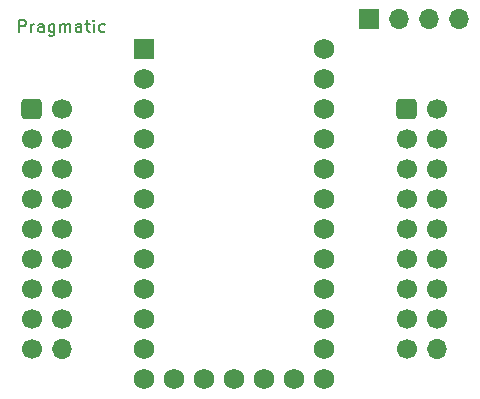
<source format=gts>
%TF.GenerationSoftware,KiCad,Pcbnew,(5.1.12-1-10_14)*%
%TF.CreationDate,2021-11-22T21:50:52+08:00*%
%TF.ProjectId,Pragmatic,50726167-6d61-4746-9963-2e6b69636164,V0.2.1*%
%TF.SameCoordinates,Original*%
%TF.FileFunction,Soldermask,Top*%
%TF.FilePolarity,Negative*%
%FSLAX46Y46*%
G04 Gerber Fmt 4.6, Leading zero omitted, Abs format (unit mm)*
G04 Created by KiCad (PCBNEW (5.1.12-1-10_14)) date 2021-11-22 21:50:52*
%MOMM*%
%LPD*%
G01*
G04 APERTURE LIST*
%ADD10C,0.152400*%
%ADD11C,1.700000*%
%ADD12O,1.700000X1.700000*%
%ADD13C,1.752600*%
%ADD14R,1.752600X1.752600*%
%ADD15R,1.700000X1.700000*%
G04 APERTURE END LIST*
D10*
X121490619Y-48084619D02*
X121490619Y-47068619D01*
X121877666Y-47068619D01*
X121974428Y-47117000D01*
X122022809Y-47165380D01*
X122071190Y-47262142D01*
X122071190Y-47407285D01*
X122022809Y-47504047D01*
X121974428Y-47552428D01*
X121877666Y-47600809D01*
X121490619Y-47600809D01*
X122506619Y-48084619D02*
X122506619Y-47407285D01*
X122506619Y-47600809D02*
X122555000Y-47504047D01*
X122603380Y-47455666D01*
X122700142Y-47407285D01*
X122796904Y-47407285D01*
X123571000Y-48084619D02*
X123571000Y-47552428D01*
X123522619Y-47455666D01*
X123425857Y-47407285D01*
X123232333Y-47407285D01*
X123135571Y-47455666D01*
X123571000Y-48036238D02*
X123474238Y-48084619D01*
X123232333Y-48084619D01*
X123135571Y-48036238D01*
X123087190Y-47939476D01*
X123087190Y-47842714D01*
X123135571Y-47745952D01*
X123232333Y-47697571D01*
X123474238Y-47697571D01*
X123571000Y-47649190D01*
X124490238Y-47407285D02*
X124490238Y-48229761D01*
X124441857Y-48326523D01*
X124393476Y-48374904D01*
X124296714Y-48423285D01*
X124151571Y-48423285D01*
X124054809Y-48374904D01*
X124490238Y-48036238D02*
X124393476Y-48084619D01*
X124199952Y-48084619D01*
X124103190Y-48036238D01*
X124054809Y-47987857D01*
X124006428Y-47891095D01*
X124006428Y-47600809D01*
X124054809Y-47504047D01*
X124103190Y-47455666D01*
X124199952Y-47407285D01*
X124393476Y-47407285D01*
X124490238Y-47455666D01*
X124974047Y-48084619D02*
X124974047Y-47407285D01*
X124974047Y-47504047D02*
X125022428Y-47455666D01*
X125119190Y-47407285D01*
X125264333Y-47407285D01*
X125361095Y-47455666D01*
X125409476Y-47552428D01*
X125409476Y-48084619D01*
X125409476Y-47552428D02*
X125457857Y-47455666D01*
X125554619Y-47407285D01*
X125699761Y-47407285D01*
X125796523Y-47455666D01*
X125844904Y-47552428D01*
X125844904Y-48084619D01*
X126764142Y-48084619D02*
X126764142Y-47552428D01*
X126715761Y-47455666D01*
X126619000Y-47407285D01*
X126425476Y-47407285D01*
X126328714Y-47455666D01*
X126764142Y-48036238D02*
X126667380Y-48084619D01*
X126425476Y-48084619D01*
X126328714Y-48036238D01*
X126280333Y-47939476D01*
X126280333Y-47842714D01*
X126328714Y-47745952D01*
X126425476Y-47697571D01*
X126667380Y-47697571D01*
X126764142Y-47649190D01*
X127102809Y-47407285D02*
X127489857Y-47407285D01*
X127247952Y-47068619D02*
X127247952Y-47939476D01*
X127296333Y-48036238D01*
X127393095Y-48084619D01*
X127489857Y-48084619D01*
X127828523Y-48084619D02*
X127828523Y-47407285D01*
X127828523Y-47068619D02*
X127780142Y-47117000D01*
X127828523Y-47165380D01*
X127876904Y-47117000D01*
X127828523Y-47068619D01*
X127828523Y-47165380D01*
X128747761Y-48036238D02*
X128651000Y-48084619D01*
X128457476Y-48084619D01*
X128360714Y-48036238D01*
X128312333Y-47987857D01*
X128263952Y-47891095D01*
X128263952Y-47600809D01*
X128312333Y-47504047D01*
X128360714Y-47455666D01*
X128457476Y-47407285D01*
X128651000Y-47407285D01*
X128747761Y-47455666D01*
D11*
X156845000Y-72390000D03*
X156845000Y-69850000D03*
X156845000Y-67310000D03*
X156845000Y-64770000D03*
X156845000Y-62230000D03*
X156845000Y-59690000D03*
X156845000Y-57150000D03*
X156845000Y-54610000D03*
X154305000Y-72390000D03*
X154305000Y-69850000D03*
X154305000Y-67310000D03*
X154305000Y-64770000D03*
X154305000Y-62230000D03*
X154305000Y-59690000D03*
X154305000Y-57150000D03*
G36*
G01*
X153455000Y-55210000D02*
X153455000Y-54010000D01*
G75*
G02*
X153705000Y-53760000I250000J0D01*
G01*
X154905000Y-53760000D01*
G75*
G02*
X155155000Y-54010000I0J-250000D01*
G01*
X155155000Y-55210000D01*
G75*
G02*
X154905000Y-55460000I-250000J0D01*
G01*
X153705000Y-55460000D01*
G75*
G02*
X153455000Y-55210000I0J250000D01*
G01*
G37*
D12*
X156845000Y-74930000D03*
D11*
X154305000Y-74930000D03*
D12*
X125095000Y-74930000D03*
D11*
X122555000Y-74930000D03*
X125095000Y-72390000D03*
X125095000Y-69850000D03*
X125095000Y-67310000D03*
X125095000Y-64770000D03*
X125095000Y-62230000D03*
X125095000Y-59690000D03*
X125095000Y-57150000D03*
X125095000Y-54610000D03*
X122555000Y-72390000D03*
X122555000Y-69850000D03*
X122555000Y-67310000D03*
X122555000Y-64770000D03*
X122555000Y-62230000D03*
X122555000Y-59690000D03*
X122555000Y-57150000D03*
G36*
G01*
X121705000Y-55210000D02*
X121705000Y-54010000D01*
G75*
G02*
X121955000Y-53760000I250000J0D01*
G01*
X123155000Y-53760000D01*
G75*
G02*
X123405000Y-54010000I0J-250000D01*
G01*
X123405000Y-55210000D01*
G75*
G02*
X123155000Y-55460000I-250000J0D01*
G01*
X121955000Y-55460000D01*
G75*
G02*
X121705000Y-55210000I0J250000D01*
G01*
G37*
D13*
X134620000Y-77470000D03*
X137160000Y-77470000D03*
X139700000Y-77470000D03*
X142240000Y-77470000D03*
X144780000Y-77470000D03*
X147320000Y-49530000D03*
X132080000Y-77470000D03*
X147320000Y-52070000D03*
X147320000Y-54610000D03*
X147320000Y-57150000D03*
X147320000Y-59690000D03*
X147320000Y-62230000D03*
X147320000Y-64770000D03*
X147320000Y-67310000D03*
X147320000Y-69850000D03*
X147320000Y-72390000D03*
X147320000Y-74930000D03*
X147320000Y-77470000D03*
X132080000Y-74930000D03*
X132080000Y-72390000D03*
X132080000Y-69850000D03*
X132080000Y-67310000D03*
X132080000Y-64770000D03*
X132080000Y-62230000D03*
X132080000Y-59690000D03*
X132080000Y-57150000D03*
X132080000Y-54610000D03*
X132080000Y-52070000D03*
D14*
X132080000Y-49530000D03*
D12*
X158750000Y-46990000D03*
X156210000Y-46990000D03*
X153670000Y-46990000D03*
D15*
X151130000Y-46990000D03*
M02*

</source>
